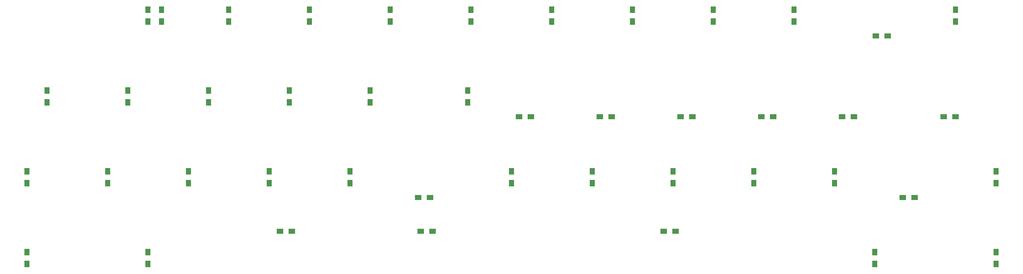
<source format=gbr>
%TF.GenerationSoftware,KiCad,Pcbnew,(7.0.0)*%
%TF.CreationDate,2023-08-30T22:13:03+02:00*%
%TF.ProjectId,Wakizashi,57616b69-7a61-4736-9869-2e6b69636164,rev?*%
%TF.SameCoordinates,Original*%
%TF.FileFunction,Paste,Bot*%
%TF.FilePolarity,Positive*%
%FSLAX46Y46*%
G04 Gerber Fmt 4.6, Leading zero omitted, Abs format (unit mm)*
G04 Created by KiCad (PCBNEW (7.0.0)) date 2023-08-30 22:13:03*
%MOMM*%
%LPD*%
G01*
G04 APERTURE LIST*
%ADD10R,1.200000X1.600000*%
%ADD11R,1.600000X1.200000*%
G04 APERTURE END LIST*
D10*
%TO.C,D37*%
X274637499Y-66487499D03*
X274637499Y-63687499D03*
%TD*%
%TO.C,D1*%
X74612499Y-28387499D03*
X74612499Y-25587499D03*
%TD*%
%TO.C,D39*%
X74612499Y-85537499D03*
X74612499Y-82737499D03*
%TD*%
%TO.C,D44*%
X274637499Y-85537499D03*
X274637499Y-82737499D03*
%TD*%
%TO.C,D10*%
X227012499Y-28387499D03*
X227012499Y-25587499D03*
%TD*%
%TO.C,D2*%
X77787499Y-28387499D03*
X77787499Y-25587499D03*
%TD*%
%TO.C,D3*%
X93662499Y-28387499D03*
X93662499Y-25587499D03*
%TD*%
%TO.C,D27*%
X84137499Y-66487499D03*
X84137499Y-63687499D03*
%TD*%
%TO.C,D7*%
X169862499Y-28387499D03*
X169862499Y-25587499D03*
%TD*%
%TO.C,D16*%
X107949999Y-47437499D03*
X107949999Y-44637499D03*
%TD*%
%TO.C,D17*%
X126999999Y-47437499D03*
X126999999Y-44637499D03*
%TD*%
D11*
%TO.C,D19*%
X164912499Y-50799999D03*
X162112499Y-50799999D03*
%TD*%
%TO.C,D30*%
X141099999Y-69849999D03*
X138299999Y-69849999D03*
%TD*%
%TO.C,D40*%
X108556249Y-77787499D03*
X105756249Y-77787499D03*
%TD*%
D10*
%TO.C,D38*%
X46037499Y-85537499D03*
X46037499Y-82737499D03*
%TD*%
%TO.C,D14*%
X69849999Y-47437499D03*
X69849999Y-44637499D03*
%TD*%
%TO.C,D32*%
X179387499Y-66487499D03*
X179387499Y-63687499D03*
%TD*%
D11*
%TO.C,D24*%
X265112499Y-50799999D03*
X262312499Y-50799999D03*
%TD*%
D10*
%TO.C,D4*%
X112712499Y-28387499D03*
X112712499Y-25587499D03*
%TD*%
D11*
%TO.C,D20*%
X183962499Y-50799999D03*
X181162499Y-50799999D03*
%TD*%
D10*
%TO.C,D35*%
X236537499Y-66487499D03*
X236537499Y-63687499D03*
%TD*%
D11*
%TO.C,D23*%
X241112499Y-50799999D03*
X238312499Y-50799999D03*
%TD*%
%TO.C,D42*%
X199043749Y-77787499D03*
X196243749Y-77787499D03*
%TD*%
D10*
%TO.C,D33*%
X198437499Y-66487499D03*
X198437499Y-63687499D03*
%TD*%
%TO.C,D26*%
X65087499Y-66487499D03*
X65087499Y-63687499D03*
%TD*%
%TO.C,D12*%
X265112499Y-28387499D03*
X265112499Y-25587499D03*
%TD*%
D11*
%TO.C,D22*%
X222062499Y-50799999D03*
X219262499Y-50799999D03*
%TD*%
D10*
%TO.C,D18*%
X150018749Y-47437499D03*
X150018749Y-44637499D03*
%TD*%
%TO.C,D8*%
X188912499Y-28387499D03*
X188912499Y-25587499D03*
%TD*%
%TO.C,D43*%
X246062499Y-85537499D03*
X246062499Y-82737499D03*
%TD*%
%TO.C,D31*%
X160337499Y-66487499D03*
X160337499Y-63687499D03*
%TD*%
%TO.C,D28*%
X103187499Y-66487499D03*
X103187499Y-63687499D03*
%TD*%
D11*
%TO.C,D41*%
X141706249Y-77787499D03*
X138906249Y-77787499D03*
%TD*%
D10*
%TO.C,D34*%
X217487499Y-66487499D03*
X217487499Y-63687499D03*
%TD*%
%TO.C,D13*%
X50799999Y-47437499D03*
X50799999Y-44637499D03*
%TD*%
%TO.C,D29*%
X122237499Y-66487499D03*
X122237499Y-63687499D03*
%TD*%
D11*
%TO.C,D21*%
X203012499Y-50799999D03*
X200212499Y-50799999D03*
%TD*%
D10*
%TO.C,D15*%
X88899999Y-47437499D03*
X88899999Y-44637499D03*
%TD*%
%TO.C,D25*%
X46037499Y-66487499D03*
X46037499Y-63687499D03*
%TD*%
D11*
%TO.C,D36*%
X255399999Y-69849999D03*
X252599999Y-69849999D03*
%TD*%
D10*
%TO.C,D6*%
X150812499Y-28387499D03*
X150812499Y-25587499D03*
%TD*%
%TO.C,D5*%
X131762499Y-28387499D03*
X131762499Y-25587499D03*
%TD*%
D11*
%TO.C,D11*%
X246249999Y-31749999D03*
X249049999Y-31749999D03*
%TD*%
D10*
%TO.C,D9*%
X207962499Y-28387499D03*
X207962499Y-25587499D03*
%TD*%
M02*

</source>
